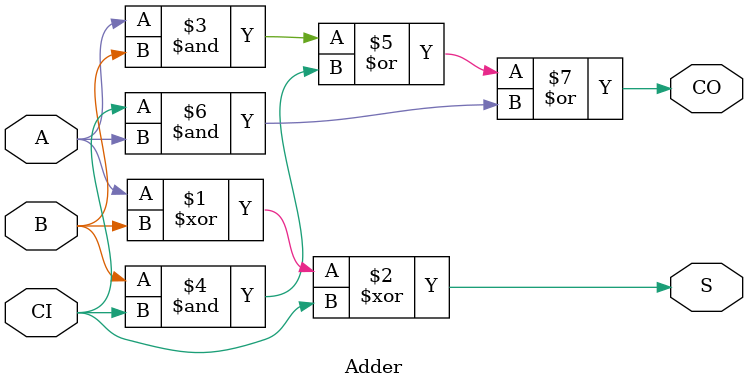
<source format=sv>

module adder_1a(S,CO,A,B,CI);
  output CO;
  input [3:0]A,B;
  input CI;
  output [3:0]S;
  
  wire C0,C1,C2;
  
  Adder FA1(S[0],C0,A[0],B[0],CI);
  Adder FA2(S[1],C1,A[1],B[1],C0);
  Adder FA3(S[2],C2,A[2],B[2],C1);
  Adder FA4(S[3],CO,A[3],B[3],C2);
endmodule

module Adder(S,CO,A,B,CI);
  input A,B,CI;
  output S,CO;
  assign S = A ^ B ^ CI;
  assign CO = (A & B) | (B & CI) | (CI & A); 
endmodule


</source>
